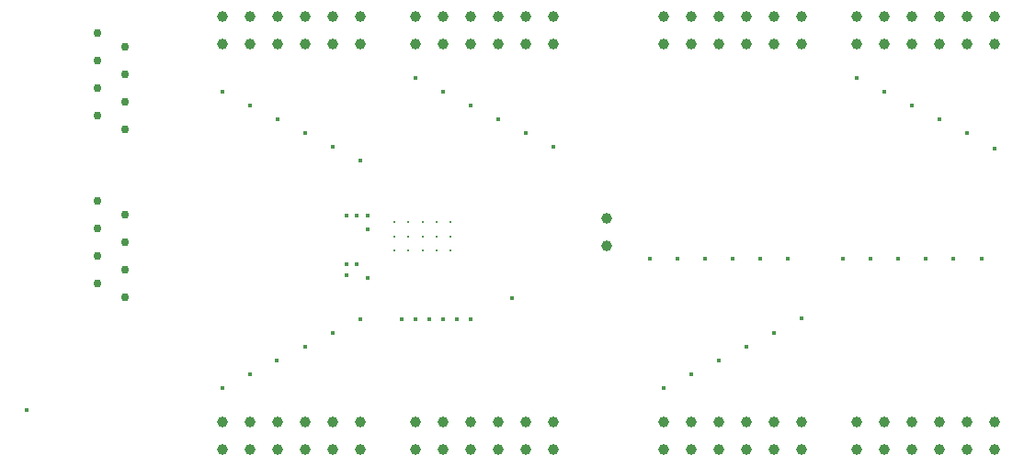
<source format=gbr>
%TF.GenerationSoftware,KiCad,Pcbnew,8.0.2*%
%TF.CreationDate,2025-01-01T18:30:50+01:00*%
%TF.ProjectId,test,74657374-2e6b-4696-9361-645f70636258,rev?*%
%TF.SameCoordinates,Original*%
%TF.FileFunction,Plated,1,2,PTH,Drill*%
%TF.FilePolarity,Positive*%
%FSLAX46Y46*%
G04 Gerber Fmt 4.6, Leading zero omitted, Abs format (unit mm)*
G04 Created by KiCad (PCBNEW 8.0.2) date 2025-01-01 18:30:50*
%MOMM*%
%LPD*%
G01*
G04 APERTURE LIST*
%TA.AperFunction,ComponentDrill*%
%ADD10C,0.300000*%
%TD*%
%TA.AperFunction,ViaDrill*%
%ADD11C,0.400000*%
%TD*%
%TA.AperFunction,ComponentDrill*%
%ADD12C,0.760000*%
%TD*%
%TA.AperFunction,ComponentDrill*%
%ADD13C,1.000000*%
%TD*%
G04 APERTURE END LIST*
D10*
%TO.C,U2*%
X133925000Y-90140000D03*
X133925000Y-91440000D03*
X133925000Y-92740000D03*
X135225000Y-90140000D03*
X135225000Y-91440000D03*
X135225000Y-92740000D03*
X136525000Y-90140000D03*
X136525000Y-91440000D03*
X136525000Y-92740000D03*
X137825000Y-90140000D03*
X137825000Y-91440000D03*
X137825000Y-92740000D03*
X139125000Y-90140000D03*
X139125000Y-91440000D03*
X139125000Y-92740000D03*
%TD*%
D11*
X100065000Y-107500000D03*
X118110000Y-78105000D03*
X118110000Y-105410000D03*
X120650000Y-79375000D03*
X120650000Y-104140000D03*
X123115000Y-102907500D03*
X123190000Y-80645000D03*
X125730000Y-81915000D03*
X125730000Y-101600000D03*
X128270000Y-83185000D03*
X128270000Y-100330000D03*
X129500000Y-89535000D03*
X129500000Y-93980000D03*
X129500000Y-95000000D03*
X130500000Y-89535000D03*
X130500000Y-93980000D03*
X130810000Y-84455000D03*
X130810000Y-99060000D03*
X131445000Y-90805000D03*
X131465000Y-89535000D03*
X131500000Y-95250000D03*
X134620000Y-99060000D03*
X135890000Y-76835000D03*
X135890000Y-99060000D03*
X137160000Y-99060000D03*
X138430000Y-78105000D03*
X138430000Y-99060000D03*
X139700000Y-99060000D03*
X140970000Y-79375000D03*
X140970000Y-99060000D03*
X143510000Y-80645000D03*
X144780000Y-97155000D03*
X146050000Y-81915000D03*
X148590000Y-83185000D03*
X157480000Y-93500000D03*
X158750000Y-105410000D03*
X160020000Y-93500000D03*
X161290000Y-104140000D03*
X162560000Y-93500000D03*
X163830000Y-102870000D03*
X165100000Y-93500000D03*
X166370000Y-101600000D03*
X167640000Y-93500000D03*
X168910000Y-100330000D03*
X170180000Y-93500000D03*
X171450000Y-99022500D03*
X175260000Y-93500000D03*
X176530000Y-76835000D03*
X177800000Y-93500000D03*
X179070000Y-78105000D03*
X180340000Y-93500000D03*
X181610000Y-79375000D03*
X182880000Y-93500000D03*
X184150000Y-80645000D03*
X185420000Y-93500000D03*
X186690000Y-81915000D03*
X188000000Y-93500000D03*
X189230000Y-83312000D03*
D12*
%TO.C,J1*%
X106600000Y-72717500D03*
X106600000Y-75257500D03*
X106600000Y-77797500D03*
X106600000Y-80337500D03*
%TO.C,J2*%
X106600000Y-88217500D03*
X106600000Y-90757500D03*
X106600000Y-93297500D03*
X106600000Y-95837500D03*
%TO.C,J1*%
X109140000Y-73987500D03*
X109140000Y-76527500D03*
X109140000Y-79067500D03*
X109140000Y-81607500D03*
%TO.C,J2*%
X109140000Y-89487500D03*
X109140000Y-92027500D03*
X109140000Y-94567500D03*
X109140000Y-97107500D03*
D13*
%TO.C,J4*%
X118110000Y-71125000D03*
X118110000Y-73665000D03*
%TO.C,J8*%
X118110000Y-108580000D03*
X118110000Y-111120000D03*
%TO.C,J4*%
X120650000Y-71125000D03*
X120650000Y-73665000D03*
%TO.C,J8*%
X120650000Y-108580000D03*
X120650000Y-111120000D03*
%TO.C,J4*%
X123190000Y-71125000D03*
X123190000Y-73665000D03*
%TO.C,J8*%
X123190000Y-108580000D03*
X123190000Y-111120000D03*
%TO.C,J4*%
X125730000Y-71125000D03*
X125730000Y-73665000D03*
%TO.C,J8*%
X125730000Y-108580000D03*
X125730000Y-111120000D03*
%TO.C,J4*%
X128270000Y-71125000D03*
X128270000Y-73665000D03*
%TO.C,J8*%
X128270000Y-108580000D03*
X128270000Y-111120000D03*
%TO.C,J4*%
X130810000Y-71125000D03*
X130810000Y-73665000D03*
%TO.C,J8*%
X130810000Y-108580000D03*
X130810000Y-111120000D03*
%TO.C,J5*%
X135890000Y-71125000D03*
X135890000Y-73665000D03*
%TO.C,J9*%
X135890000Y-108580000D03*
X135890000Y-111120000D03*
%TO.C,J5*%
X138430000Y-71125000D03*
X138430000Y-73665000D03*
%TO.C,J9*%
X138430000Y-108580000D03*
X138430000Y-111120000D03*
%TO.C,J5*%
X140970000Y-71125000D03*
X140970000Y-73665000D03*
%TO.C,J9*%
X140970000Y-108580000D03*
X140970000Y-111120000D03*
%TO.C,J5*%
X143510000Y-71125000D03*
X143510000Y-73665000D03*
%TO.C,J9*%
X143510000Y-108580000D03*
X143510000Y-111120000D03*
%TO.C,J5*%
X146050000Y-71125000D03*
X146050000Y-73665000D03*
%TO.C,J9*%
X146050000Y-108580000D03*
X146050000Y-111120000D03*
%TO.C,J5*%
X148590000Y-71125000D03*
X148590000Y-73665000D03*
%TO.C,J9*%
X148590000Y-108580000D03*
X148590000Y-111120000D03*
%TO.C,J3*%
X153525000Y-89750000D03*
X153525000Y-92290000D03*
%TO.C,J6*%
X158750000Y-71125000D03*
X158750000Y-73665000D03*
%TO.C,J10*%
X158750000Y-108580000D03*
X158750000Y-111120000D03*
%TO.C,J6*%
X161290000Y-71125000D03*
X161290000Y-73665000D03*
%TO.C,J10*%
X161290000Y-108580000D03*
X161290000Y-111120000D03*
%TO.C,J6*%
X163830000Y-71125000D03*
X163830000Y-73665000D03*
%TO.C,J10*%
X163830000Y-108580000D03*
X163830000Y-111120000D03*
%TO.C,J6*%
X166370000Y-71125000D03*
X166370000Y-73665000D03*
%TO.C,J10*%
X166370000Y-108580000D03*
X166370000Y-111120000D03*
%TO.C,J6*%
X168910000Y-71125000D03*
X168910000Y-73665000D03*
%TO.C,J10*%
X168910000Y-108580000D03*
X168910000Y-111120000D03*
%TO.C,J6*%
X171450000Y-71125000D03*
X171450000Y-73665000D03*
%TO.C,J10*%
X171450000Y-108580000D03*
X171450000Y-111120000D03*
%TO.C,J7*%
X176530000Y-71125000D03*
X176530000Y-73665000D03*
%TO.C,J11*%
X176530000Y-108580000D03*
X176530000Y-111120000D03*
%TO.C,J7*%
X179070000Y-71125000D03*
X179070000Y-73665000D03*
%TO.C,J11*%
X179070000Y-108580000D03*
X179070000Y-111120000D03*
%TO.C,J7*%
X181610000Y-71125000D03*
X181610000Y-73665000D03*
%TO.C,J11*%
X181610000Y-108580000D03*
X181610000Y-111120000D03*
%TO.C,J7*%
X184150000Y-71125000D03*
X184150000Y-73665000D03*
%TO.C,J11*%
X184150000Y-108580000D03*
X184150000Y-111120000D03*
%TO.C,J7*%
X186690000Y-71125000D03*
X186690000Y-73665000D03*
%TO.C,J11*%
X186690000Y-108580000D03*
X186690000Y-111120000D03*
%TO.C,J7*%
X189230000Y-71125000D03*
X189230000Y-73665000D03*
%TO.C,J11*%
X189230000Y-108580000D03*
X189230000Y-111120000D03*
M02*

</source>
